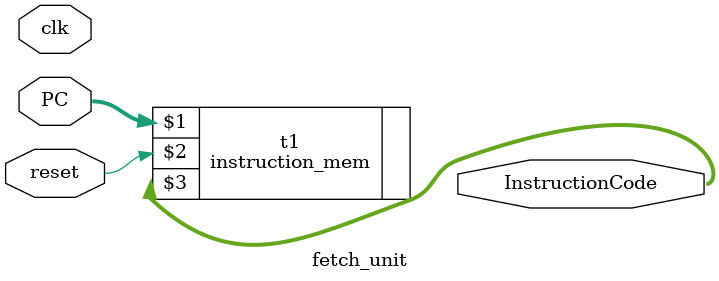
<source format=v>
`timescale 1ns / 1ps


module fetch_unit(
    input clk,
    input reset,
    input [31:0]PC,
    output [31:0] InstructionCode
    );
//    reg[31:0]PC;
    
    instruction_mem t1(PC,reset,InstructionCode);
    
//    always @(posedge clk,negedge reset)
//    begin
//    if(reset==0)
//    PC<=0;
//    else
//    PC<=PC+4;
//    end
    
endmodule

</source>
